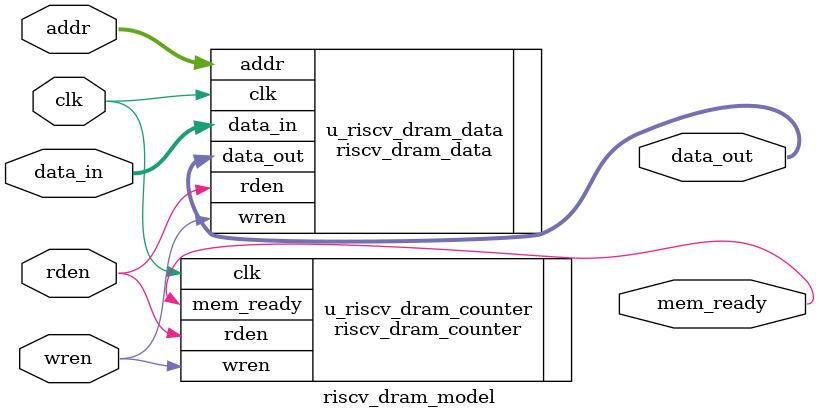
<source format=sv>

module riscv_dram_model
  #(  
    parameter DATA_WIDTH  = 128                     ,
    parameter CACHE_SIZE  = 4*(2**10)               ,   //64 * (2**10)   
    parameter MEM_SIZE    = CACHE_SIZE            ,   //128*(2**20) 
    parameter DATAPBLOCK  = 16                      ,
    parameter CACHE_DEPTH = CACHE_SIZE/DATAPBLOCK   ,   //  4096
    parameter ADDR        = $clog2(MEM_SIZE)        ,   //    27 bits
    parameter BYTE_OFF    = $clog2(DATAPBLOCK)      ,   //     4 bits
    parameter INDEX       = $clog2(CACHE_DEPTH)     ,   //    12 bits
    parameter TAG         = ADDR - BYTE_OFF - INDEX ,  //    11 bits
    parameter S_ADDR      = ADDR - BYTE_OFF    
  )
  (
    input   logic                   clk       ,
    input   logic                   wren      ,
    input   logic                   rden      ,
    input   logic [S_ADDR-1:0]      addr      ,
    input   logic [DATA_WIDTH-1:0]  data_in   ,
    output  logic [DATA_WIDTH-1:0]  data_out  ,
    output  logic                   mem_ready
    );

    riscv_dram_data  #(
      .DATA_WIDTH   (DATA_WIDTH)  ,
      .CACHE_SIZE   (CACHE_SIZE)  ,
      .MEM_SIZE     (MEM_SIZE)    ,
      .DATAPBLOCK   (DATAPBLOCK)  ,
      .CACHE_DEPTH  (CACHE_DEPTH) ,
      .ADDR         (ADDR)        ,
      .BYTE_OFF     (BYTE_OFF)    ,
      .INDEX        (INDEX)       ,
      .TAG          (TAG)         ,
      .S_ADDR       (S_ADDR)
    ) u_riscv_dram_data (
      .clk      (clk)     ,
      .wren     (wren)    ,
      .rden     (rden)    ,
      .addr     (addr)    ,
      .data_in  (data_in) ,
      .data_out (data_out)
    );

    riscv_dram_counter  u_riscv_dram_counter (
      .clk        (clk)       ,
      .wren       (wren)      ,
      .rden       (rden)      ,
      .mem_ready  (mem_ready)
    );

endmodule
</source>
